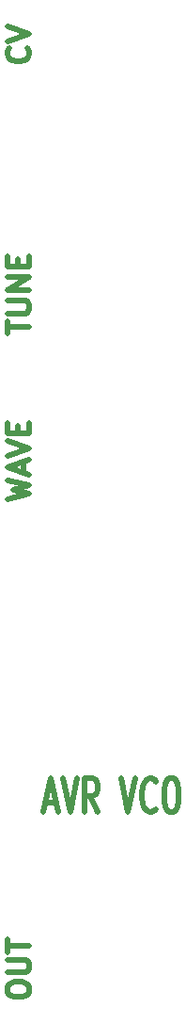
<source format=gts>
G04 #@! TF.GenerationSoftware,KiCad,Pcbnew,5.1.7-a382d34a8~87~ubuntu18.04.1*
G04 #@! TF.CreationDate,2021-01-14T14:29:35+00:00*
G04 #@! TF.ProjectId,4hp-vco-panel,3468702d-7663-46f2-9d70-616e656c2e6b,rev?*
G04 #@! TF.SameCoordinates,Original*
G04 #@! TF.FileFunction,Soldermask,Top*
G04 #@! TF.FilePolarity,Negative*
%FSLAX46Y46*%
G04 Gerber Fmt 4.6, Leading zero omitted, Abs format (unit mm)*
G04 Created by KiCad (PCBNEW 5.1.7-a382d34a8~87~ubuntu18.04.1) date 2021-01-14 14:29:35*
%MOMM*%
%LPD*%
G01*
G04 APERTURE LIST*
%ADD10C,0.500000*%
G04 APERTURE END LIST*
D10*
X91028000Y-120642000D02*
X91980380Y-120642000D01*
X90837523Y-121499142D02*
X91504190Y-118499142D01*
X92170857Y-121499142D01*
X92551809Y-118499142D02*
X93218476Y-121499142D01*
X93885142Y-118499142D01*
X95694666Y-121499142D02*
X95028000Y-120070571D01*
X94551809Y-121499142D02*
X94551809Y-118499142D01*
X95313714Y-118499142D01*
X95504190Y-118642000D01*
X95599428Y-118784857D01*
X95694666Y-119070571D01*
X95694666Y-119499142D01*
X95599428Y-119784857D01*
X95504190Y-119927714D01*
X95313714Y-120070571D01*
X94551809Y-120070571D01*
X97789904Y-118499142D02*
X98456571Y-121499142D01*
X99123238Y-118499142D01*
X100932761Y-121213428D02*
X100837523Y-121356285D01*
X100551809Y-121499142D01*
X100361333Y-121499142D01*
X100075619Y-121356285D01*
X99885142Y-121070571D01*
X99789904Y-120784857D01*
X99694666Y-120213428D01*
X99694666Y-119784857D01*
X99789904Y-119213428D01*
X99885142Y-118927714D01*
X100075619Y-118642000D01*
X100361333Y-118499142D01*
X100551809Y-118499142D01*
X100837523Y-118642000D01*
X100932761Y-118784857D01*
X102170857Y-118499142D02*
X102551809Y-118499142D01*
X102742285Y-118642000D01*
X102932761Y-118927714D01*
X103028000Y-119499142D01*
X103028000Y-120499142D01*
X102932761Y-121070571D01*
X102742285Y-121356285D01*
X102551809Y-121499142D01*
X102170857Y-121499142D01*
X101980380Y-121356285D01*
X101789904Y-121070571D01*
X101694666Y-120499142D01*
X101694666Y-119499142D01*
X101789904Y-118927714D01*
X101980380Y-118642000D01*
X102170857Y-118499142D01*
X87550761Y-137636000D02*
X87550761Y-137255047D01*
X87646000Y-137064571D01*
X87836476Y-136874095D01*
X88217428Y-136778857D01*
X88884095Y-136778857D01*
X89265047Y-136874095D01*
X89455523Y-137064571D01*
X89550761Y-137255047D01*
X89550761Y-137636000D01*
X89455523Y-137826476D01*
X89265047Y-138016952D01*
X88884095Y-138112190D01*
X88217428Y-138112190D01*
X87836476Y-138016952D01*
X87646000Y-137826476D01*
X87550761Y-137636000D01*
X87550761Y-135921714D02*
X89169809Y-135921714D01*
X89360285Y-135826476D01*
X89455523Y-135731238D01*
X89550761Y-135540761D01*
X89550761Y-135159809D01*
X89455523Y-134969333D01*
X89360285Y-134874095D01*
X89169809Y-134778857D01*
X87550761Y-134778857D01*
X87550761Y-134112190D02*
X87550761Y-132969333D01*
X89550761Y-133540761D02*
X87550761Y-133540761D01*
X87550761Y-93392190D02*
X89550761Y-92916000D01*
X88122190Y-92535047D01*
X89550761Y-92154095D01*
X87550761Y-91677904D01*
X88979333Y-91011238D02*
X88979333Y-90058857D01*
X89550761Y-91201714D02*
X87550761Y-90535047D01*
X89550761Y-89868380D01*
X87550761Y-89487428D02*
X89550761Y-88820761D01*
X87550761Y-88154095D01*
X88503142Y-87487428D02*
X88503142Y-86820761D01*
X89550761Y-86535047D02*
X89550761Y-87487428D01*
X87550761Y-87487428D01*
X87550761Y-86535047D01*
X87550761Y-78501428D02*
X87550761Y-77358571D01*
X89550761Y-77930000D02*
X87550761Y-77930000D01*
X87550761Y-76691904D02*
X89169809Y-76691904D01*
X89360285Y-76596666D01*
X89455523Y-76501428D01*
X89550761Y-76310952D01*
X89550761Y-75930000D01*
X89455523Y-75739523D01*
X89360285Y-75644285D01*
X89169809Y-75549047D01*
X87550761Y-75549047D01*
X89550761Y-74596666D02*
X87550761Y-74596666D01*
X89550761Y-73453809D01*
X87550761Y-73453809D01*
X88503142Y-72501428D02*
X88503142Y-71834761D01*
X89550761Y-71549047D02*
X89550761Y-72501428D01*
X87550761Y-72501428D01*
X87550761Y-71549047D01*
X89360285Y-52816095D02*
X89455523Y-52911333D01*
X89550761Y-53197047D01*
X89550761Y-53387523D01*
X89455523Y-53673238D01*
X89265047Y-53863714D01*
X89074571Y-53958952D01*
X88693619Y-54054190D01*
X88407904Y-54054190D01*
X88026952Y-53958952D01*
X87836476Y-53863714D01*
X87646000Y-53673238D01*
X87550761Y-53387523D01*
X87550761Y-53197047D01*
X87646000Y-52911333D01*
X87741238Y-52816095D01*
X87550761Y-52244666D02*
X89550761Y-51578000D01*
X87550761Y-50911333D01*
X91028000Y-120642000D02*
X91980380Y-120642000D01*
X90837523Y-121499142D02*
X91504190Y-118499142D01*
X92170857Y-121499142D01*
X92551809Y-118499142D02*
X93218476Y-121499142D01*
X93885142Y-118499142D01*
X95694666Y-121499142D02*
X95028000Y-120070571D01*
X94551809Y-121499142D02*
X94551809Y-118499142D01*
X95313714Y-118499142D01*
X95504190Y-118642000D01*
X95599428Y-118784857D01*
X95694666Y-119070571D01*
X95694666Y-119499142D01*
X95599428Y-119784857D01*
X95504190Y-119927714D01*
X95313714Y-120070571D01*
X94551809Y-120070571D01*
X97789904Y-118499142D02*
X98456571Y-121499142D01*
X99123238Y-118499142D01*
X100932761Y-121213428D02*
X100837523Y-121356285D01*
X100551809Y-121499142D01*
X100361333Y-121499142D01*
X100075619Y-121356285D01*
X99885142Y-121070571D01*
X99789904Y-120784857D01*
X99694666Y-120213428D01*
X99694666Y-119784857D01*
X99789904Y-119213428D01*
X99885142Y-118927714D01*
X100075619Y-118642000D01*
X100361333Y-118499142D01*
X100551809Y-118499142D01*
X100837523Y-118642000D01*
X100932761Y-118784857D01*
X102170857Y-118499142D02*
X102551809Y-118499142D01*
X102742285Y-118642000D01*
X102932761Y-118927714D01*
X103028000Y-119499142D01*
X103028000Y-120499142D01*
X102932761Y-121070571D01*
X102742285Y-121356285D01*
X102551809Y-121499142D01*
X102170857Y-121499142D01*
X101980380Y-121356285D01*
X101789904Y-121070571D01*
X101694666Y-120499142D01*
X101694666Y-119499142D01*
X101789904Y-118927714D01*
X101980380Y-118642000D01*
X102170857Y-118499142D01*
X87550761Y-137636000D02*
X87550761Y-137255047D01*
X87646000Y-137064571D01*
X87836476Y-136874095D01*
X88217428Y-136778857D01*
X88884095Y-136778857D01*
X89265047Y-136874095D01*
X89455523Y-137064571D01*
X89550761Y-137255047D01*
X89550761Y-137636000D01*
X89455523Y-137826476D01*
X89265047Y-138016952D01*
X88884095Y-138112190D01*
X88217428Y-138112190D01*
X87836476Y-138016952D01*
X87646000Y-137826476D01*
X87550761Y-137636000D01*
X87550761Y-135921714D02*
X89169809Y-135921714D01*
X89360285Y-135826476D01*
X89455523Y-135731238D01*
X89550761Y-135540761D01*
X89550761Y-135159809D01*
X89455523Y-134969333D01*
X89360285Y-134874095D01*
X89169809Y-134778857D01*
X87550761Y-134778857D01*
X87550761Y-134112190D02*
X87550761Y-132969333D01*
X89550761Y-133540761D02*
X87550761Y-133540761D01*
X87550761Y-93392190D02*
X89550761Y-92916000D01*
X88122190Y-92535047D01*
X89550761Y-92154095D01*
X87550761Y-91677904D01*
X88979333Y-91011238D02*
X88979333Y-90058857D01*
X89550761Y-91201714D02*
X87550761Y-90535047D01*
X89550761Y-89868380D01*
X87550761Y-89487428D02*
X89550761Y-88820761D01*
X87550761Y-88154095D01*
X88503142Y-87487428D02*
X88503142Y-86820761D01*
X89550761Y-86535047D02*
X89550761Y-87487428D01*
X87550761Y-87487428D01*
X87550761Y-86535047D01*
X87550761Y-78501428D02*
X87550761Y-77358571D01*
X89550761Y-77930000D02*
X87550761Y-77930000D01*
X87550761Y-76691904D02*
X89169809Y-76691904D01*
X89360285Y-76596666D01*
X89455523Y-76501428D01*
X89550761Y-76310952D01*
X89550761Y-75930000D01*
X89455523Y-75739523D01*
X89360285Y-75644285D01*
X89169809Y-75549047D01*
X87550761Y-75549047D01*
X89550761Y-74596666D02*
X87550761Y-74596666D01*
X89550761Y-73453809D01*
X87550761Y-73453809D01*
X88503142Y-72501428D02*
X88503142Y-71834761D01*
X89550761Y-71549047D02*
X89550761Y-72501428D01*
X87550761Y-72501428D01*
X87550761Y-71549047D01*
X89360285Y-52816095D02*
X89455523Y-52911333D01*
X89550761Y-53197047D01*
X89550761Y-53387523D01*
X89455523Y-53673238D01*
X89265047Y-53863714D01*
X89074571Y-53958952D01*
X88693619Y-54054190D01*
X88407904Y-54054190D01*
X88026952Y-53958952D01*
X87836476Y-53863714D01*
X87646000Y-53673238D01*
X87550761Y-53387523D01*
X87550761Y-53197047D01*
X87646000Y-52911333D01*
X87741238Y-52816095D01*
X87550761Y-52244666D02*
X89550761Y-51578000D01*
X87550761Y-50911333D01*
M02*

</source>
